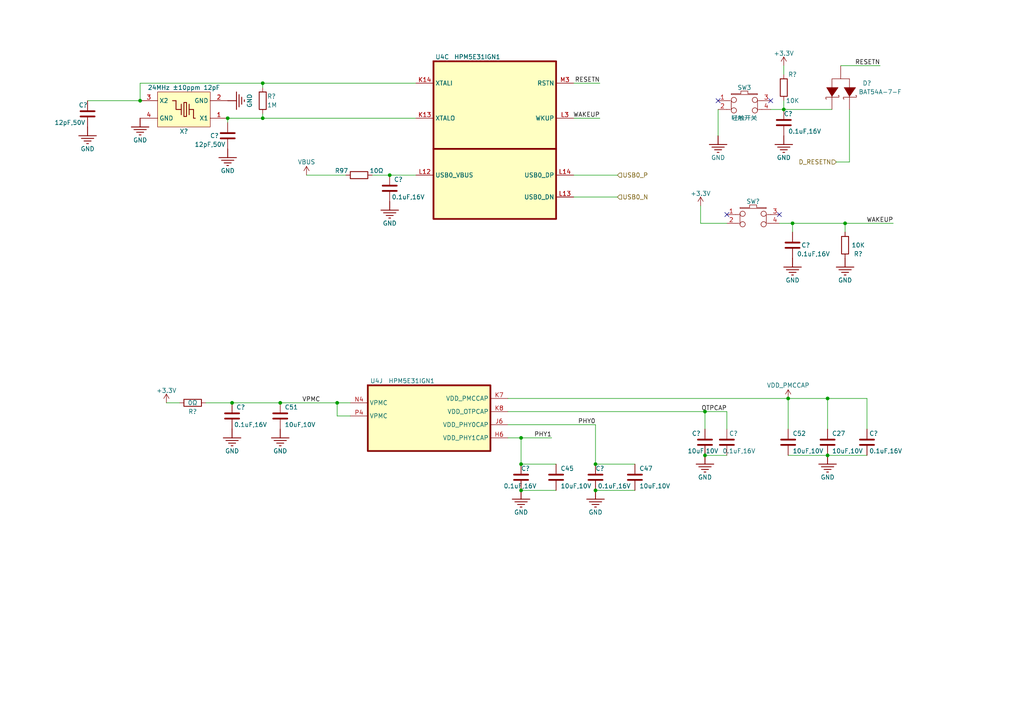
<source format=kicad_sch>
(kicad_sch (version 20230121) (generator eeschema)
  (paper "A4")
  (title_block (title "HPM5E00EVK") (date "2024-02-12") (rev "RevB") (comment 1 "MCU_USB&OSC"))
  (junction (at 245.11 64.77))
  (junction (at 172.72 142.24))
  (junction (at 113.03 50.8))
  (junction (at 204.47 119.38))
  (junction (at 227.33 31.75))
  (junction (at 228.6 115.57))
  (junction (at 240.03 115.57))
  (junction (at 76.2 34.29))
  (junction (at 66.04 34.29))
  (junction (at 40.64 29.21))
  (junction (at 81.28 116.84))
  (junction (at 229.87 64.77))
  (junction (at 172.72 134.62))
  (junction (at 204.47 132.08))
  (junction (at 151.13 142.24))
  (junction (at 240.03 132.08))
  (junction (at 151.13 127))
  (junction (at 76.2 24.13))
  (junction (at 151.13 134.62))
  (junction (at 67.31 116.84))
  (junction (at 97.79 116.84))
  (no_connect (at 226.06 62.23))
  (no_connect (at 210.82 62.23))
  (no_connect (at 208.28 29.21))
  (no_connect (at 223.52 29.21))
  (wire (pts (xy 227.33 19.05) (xy 227.33 21.59)))
  (wire (pts (xy 203.2 64.77) (xy 210.82 64.77)))
  (wire (pts (xy 210.82 119.38) (xy 204.47 119.38)))
  (wire (pts (xy 229.87 64.77) (xy 245.11 64.77)))
  (wire (pts (xy 76.2 25.4) (xy 76.2 24.13)))
  (wire (pts (xy 245.11 67.31) (xy 245.11 64.77)))
  (wire (pts (xy 251.46 115.57) (xy 251.46 124.46)))
  (wire (pts (xy 76.2 34.29) (xy 120.65 34.29)))
  (wire (pts (xy 97.79 116.84) (xy 97.79 120.65)))
  (wire (pts (xy 204.47 124.46) (xy 204.47 119.38)))
  (wire (pts (xy 81.28 116.84) (xy 97.79 116.84)))
  (wire (pts (xy 147.32 123.19) (xy 172.72 123.19)))
  (wire (pts (xy 151.13 127) (xy 160.02 127)))
  (wire (pts (xy 229.87 67.31) (xy 229.87 64.77)))
  (wire (pts (xy 172.72 134.62) (xy 184.15 134.62)))
  (wire (pts (xy 240.03 115.57) (xy 240.03 124.46)))
  (wire (pts (xy 227.33 29.21) (xy 227.33 31.75)))
  (wire (pts (xy 240.03 115.57) (xy 228.6 115.57)))
  (wire (pts (xy 172.72 123.19) (xy 172.72 134.62)))
  (wire (pts (xy 48.26 116.84) (xy 52.07 116.84)))
  (wire (pts (xy 25.4 29.21) (xy 40.64 29.21)))
  (wire (pts (xy 208.28 31.75) (xy 208.28 39.37)))
  (wire (pts (xy 179.07 50.8) (xy 166.37 50.8)))
  (wire (pts (xy 147.32 119.38) (xy 204.47 119.38)))
  (wire (pts (xy 40.64 24.13) (xy 76.2 24.13)))
  (wire (pts (xy 40.64 29.21) (xy 40.64 24.13)))
  (wire (pts (xy 240.03 132.08) (xy 251.46 132.08)))
  (wire (pts (xy 173.99 34.29) (xy 166.37 34.29)))
  (wire (pts (xy 243.84 19.05) (xy 255.27 19.05)))
  (wire (pts (xy 97.79 116.84) (xy 101.6 116.84)))
  (wire (pts (xy 210.82 119.38) (xy 210.82 124.46)))
  (wire (pts (xy 151.13 142.24) (xy 161.29 142.24)))
  (wire (pts (xy 113.03 50.8) (xy 120.65 50.8)))
  (wire (pts (xy 166.37 24.13) (xy 173.99 24.13)))
  (wire (pts (xy 245.11 64.77) (xy 259.08 64.77)))
  (wire (pts (xy 107.95 50.8) (xy 113.03 50.8)))
  (wire (pts (xy 88.9 50.8) (xy 100.33 50.8)))
  (wire (pts (xy 67.31 116.84) (xy 81.28 116.84)))
  (wire (pts (xy 226.06 64.77) (xy 229.87 64.77)))
  (wire (pts (xy 172.72 142.24) (xy 184.15 142.24)))
  (wire (pts (xy 228.6 115.57) (xy 228.6 124.46)))
  (wire (pts (xy 223.52 31.75) (xy 227.33 31.75)))
  (wire (pts (xy 246.38 31.75) (xy 246.38 46.99)))
  (wire (pts (xy 147.32 115.57) (xy 228.6 115.57)))
  (wire (pts (xy 97.79 120.65) (xy 101.6 120.65)))
  (wire (pts (xy 203.2 64.77) (xy 203.2 59.69)))
  (wire (pts (xy 228.6 132.08) (xy 240.03 132.08)))
  (wire (pts (xy 66.04 34.29) (xy 76.2 34.29)))
  (wire (pts (xy 151.13 134.62) (xy 161.29 134.62)))
  (wire (pts (xy 179.07 57.15) (xy 166.37 57.15)))
  (wire (pts (xy 242.57 46.99) (xy 246.38 46.99)))
  (wire (pts (xy 204.47 132.08) (xy 210.82 132.08)))
  (wire (pts (xy 240.03 115.57) (xy 251.46 115.57)))
  (wire (pts (xy 59.69 116.84) (xy 67.31 116.84)))
  (wire (pts (xy 151.13 134.62) (xy 151.13 127)))
  (wire (pts (xy 66.04 35.56) (xy 66.04 34.29)))
  (wire (pts (xy 76.2 33.02) (xy 76.2 34.29)))
  (wire (pts (xy 76.2 24.13) (xy 120.65 24.13)))
  (wire (pts (xy 147.32 127) (xy 151.13 127)))
  (wire (pts (xy 227.33 31.75) (xy 241.3 31.75)))
  (label "PHY0" (at 172.72 123.19 180))
  (label "RESETN" (at 173.99 24.13 180))
  (label "WAKEUP" (at 173.99 34.29 180))
  (label "VPMC" (at 87.63 116.84 0))
  (label "WAKEUP" (at 259.08 64.77 180))
  (label "RESETN" (at 255.27 19.05 180))
  (label "OTPCAP" (at 210.82 119.38 180))
  (label "PHY1" (at 160.02 127 180))
  (hierarchical_label "D_RESETN" (shape input) (at 242.57 46.99 180))
  (hierarchical_label "USB0_P" (shape input) (at 179.07 50.8 0))
  (hierarchical_label "USB0_N" (shape input) (at 179.07 57.15 0))
  (symbol (lib_id "00_HPM_power:GND") (at 245.11 74.93 0) (mirror y) (unit 1)
    (property "Reference" "#PWR?" (effects hide))
    (property "Value" "GND" (at 245.11 81.28 0))
    (instances (project "HPM5300-USB-OSC" (path "" (reference "#PWR?") (unit 1))) (project "HPM6E00 SKT Board BGA289_BDIF REVA" (path "" (reference "#PWR?") (unit 1))) (project "HPM5E00EVKRevC" (path "" (reference "#PWR0139") (unit 1))) (project "HPM5300 SKT Board LQFP100 REVA" (path "" (reference "#PWR?") (unit 1))))
  )
  (symbol (lib_id "00_HPM_power:GND") (at 81.28 124.46 0) (unit 1)
    (property "Reference" "#PWR?" (effects hide))
    (property "Value" "GND" (at 81.28 130.81 0))
    (instances (project "HPM6E00 SKT Board BGA289_BDIF REVA" (path "" (reference "#PWR?") (unit 1)) (path "" (reference "#PWR?") (unit 1)) (path "" (reference "#PWR?") (unit 1)) (path "" (reference "#PWR?") (unit 1))) (project "HPM5300-CON-JTAG" (path "" (reference "#PWR?") (unit 1))) (project "HPM5E00EVKRevC" (path "" (reference "#PWR071") (unit 1))) (project "HPM5300 SKT Board LQFP100 REVA" (path "" (reference "#PWR?") (unit 1))))
  )
  (symbol (lib_id "03_HPM_Capacitance:12pF,50V_0402") (at 66.04 39.37 0) (mirror y) (unit 1)
    (property "Reference" "C?" (at 63.5 39.37 0) (effects (justify left)))
    (property "Value" "12pF,50V" (at 65.405 41.91 0) (effects (justify left)))
    (property "Footprint" "03_HPM_Capacitance:C_0402_1005Metric" (effects hide))
    (property "Model" "CC0402JRNPO9BN120" (effects hide))
    (property "Company" " YAGEO(国巨)" (effects hide))
    (instances (project "HPM5300-USB-OSC" (path "" (reference "C?") (unit 1))) (project "HPM6E00 SKT Board BGA289_BDIF REVA" (path "" (reference "C?") (unit 1))) (project "HPM5E00EVKRevC" (path "" (reference "C82") (unit 1))) (project "HPM5300 SKT Board LQFP100 REVA" (path "" (reference "C?") (unit 1))))
  )
  (symbol (lib_id "00_HPM_power:GND") (at 227.33 39.37 0) (unit 1)
    (property "Reference" "#PWR?" (effects hide))
    (property "Value" "GND" (at 227.33 45.72 0))
    (instances (project "HPM5300-USB-OSC" (path "" (reference "#PWR?") (unit 1))) (project "HPM5E00EVKRevC" (path "" (reference "#PWR0141") (unit 1))) (project "HPM5300 EVK REVC" (path "" (reference "#PWR?") (unit 1))))
  )
  (symbol (lib_id "00_HPM_power:+3.3V") (at 48.26 116.84 0) (unit 1)
    (property "Reference" "#PWR?" (effects hide))
    (property "Value" "+3.3V" (at 48.26 113.284 0))
    (instances (project "HPM6E00 SKT Board BGA289_BDIF REVA" (path "" (reference "#PWR?") (unit 1)) (path "" (reference "#PWR?") (unit 1)) (path "" (reference "#PWR?") (unit 1)) (path "" (reference "#PWR?") (unit 1))) (project "HPM5300-CON-JTAG" (path "" (reference "#PWR?") (unit 1))) (project "HPM5E00EVKRevC" (path "" (reference "#PWR017") (unit 1))) (project "HPM5300 SKT Board LQFP100 REVA" (path "" (reference "#PWR?") (unit 1))))
  )
  (symbol (lib_id "03_HPM_Capacitance:0.1uF,16V_0402") (at 67.31 120.65 180) (unit 1)
    (property "Reference" "C?" (at 71.12 118.11 0) (effects (justify left)))
    (property "Value" "0.1uF,16V" (at 77.47 123.19 0) (effects (justify left)))
    (property "Footprint" "03_HPM_Capacitance:C_0402_1005Metric" (effects hide))
    (property "Model" "CL05B104KO5NNNC" (effects hide))
    (property "Company" "SAMSUNG(三星)" (effects hide))
    (instances (project "HPM5300-USB-OSC" (path "" (reference "C?") (unit 1))) (project "HPM6E00 SKT Board BGA289_BDIF REVA" (path "" (reference "C?") (unit 1)) (path "" (reference "C?") (unit 1)) (path "" (reference "C?") (unit 1)) (path "" (reference "C?") (unit 1)) (path "" (reference "C?") (unit 1))) (project "HPM5E00EVKRevC" (path "" (reference "C13") (unit 1))) (project "HPM5300 SKT Board LQFP100 REVA" (path "" (reference "C?") (unit 1))))
  )
  (symbol (lib_id "00_HPM_power:GND") (at 240.03 132.08 0) (mirror y) (unit 1)
    (property "Reference" "#PWR?" (effects hide))
    (property "Value" "GND" (at 240.03 138.43 0))
    (instances (project "HPM6E00 SKT Board BGA289_BDIF REVA" (path "" (reference "#PWR?") (unit 1)) (path "" (reference "#PWR?") (unit 1)) (path "" (reference "#PWR?") (unit 1)) (path "" (reference "#PWR?") (unit 1))) (project "HPM5300-CON-JTAG" (path "" (reference "#PWR?") (unit 1))) (project "HPM5E00EVKRevC" (path "" (reference "#PWR021") (unit 1))) (project "HPM5300 SKT Board LQFP100 REVA" (path "" (reference "#PWR?") (unit 1))))
  )
  (symbol (lib_id "04_HPM_Diode:BAT54A-7-F") (at 244.475 26.035 90) (unit 1)
    (property "Reference" "D?" (at 251.46 24.13 90))
    (property "Value" "BAT54A-7-F" (at 255.27 26.67 90))
    (property "Footprint" "06_HPM_SOT:SOT-23" (effects hide))
    (property "Model" "BAT54A-7-F" (effects hide))
    (property "Company" " DIODES(美台)" (effects hide))
    (instances (project "HPM5300-USB-OSC" (path "" (reference "D?") (unit 1))) (project "HPM5E00EVKRevC" (path "" (reference "D5") (unit 1))) (project "HPM5300 EVK REVC" (path "" (reference "D?") (unit 1))))
  )
  (symbol (lib_id "03_HPM_Capacitance:0.1uF,16V_0402") (at 151.13 138.43 0) (unit 1)
    (property "Reference" "C?" (at 151.13 135.89 0) (effects (justify left)))
    (property "Value" "0.1uF,16V" (at 146.05 140.97 0) (effects (justify left)))
    (property "Footprint" "03_HPM_Capacitance:C_0402_1005Metric" (effects hide))
    (property "Model" "CL05B104KO5NNNC" (effects hide))
    (property "Company" "SAMSUNG(三星)" (effects hide))
    (instances (project "HPM6E00 SKT Board BGA289_BDIF REVA" (path "" (reference "C?") (unit 1))) (project "HPM5E00EVKRevC" (path "" (reference "C44") (unit 1))))
  )
  (symbol (lib_id "03_HPM_Capacitance:0.1uF,16V_0402") (at 251.46 128.27 0) (unit 1)
    (property "Reference" "C?" (at 252.095 125.73 0) (effects (justify left)))
    (property "Value" "0.1uF,16V" (at 252.095 130.81 0) (effects (justify left)))
    (property "Footprint" "03_HPM_Capacitance:C_0402_1005Metric" (effects hide))
    (property "Model" "CL05B104KO5NNNC" (effects hide))
    (property "Company" "SAMSUNG(三星)" (effects hide))
    (instances (project "HPM6E00 SKT Board BGA289_BDIF REVA" (path "" (reference "C?") (unit 1))) (project "HPM5E00EVKRevC" (path "" (reference "C40") (unit 1))))
  )
  (symbol (lib_id "02_HPM_Resistor:10K_0402") (at 227.33 25.4 270) (unit 1)
    (property "Reference" "R?" (at 229.87 21.59 90))
    (property "Value" "10K" (at 229.87 29.21 90))
    (property "Footprint" "02_HPM_Resistor:R_0402_1005Metric" (effects hide))
    (property "Model" "0402WGF1002TCE" (effects hide))
    (property "Company" "UNI-ROYAL(厚声)" (effects hide))
    (instances (project "HPM5300-USB-OSC" (path "" (reference "R?") (unit 1))) (project "HPM5E00EVKRevC" (path "" (reference "R98") (unit 1))) (project "HPM5300 EVK REVC" (path "" (reference "R?") (unit 1))))
  )
  (symbol (lib_id "03_HPM_Capacitance:10uF,10V_0402") (at 228.6 128.27 0) (unit 1)
    (property "Reference" "C52" (at 229.87 125.73 0) (effects (justify left)))
    (property "Value" "10uF,10V" (at 229.87 130.81 0) (effects (justify left)))
    (property "Footprint" "03_HPM_Capacitance:C_0402_1005Metric" (effects hide))
    (property "Model" "CL05A106MP5NUNC" (effects hide))
    (property "Company" " SAMSUNG(三星)" (effects hide))
    (instances (project "HPM5E00EVKRevC" (path "" (reference "C52") (unit 1)) (path "" (reference "C106") (unit 1))))
  )
  (symbol (lib_id "00_HPM_power:GND") (at 172.72 142.24 0) (mirror y) (unit 1)
    (property "Reference" "#PWR?" (effects hide))
    (property "Value" "GND" (at 172.72 148.59 0))
    (instances (project "HPM6E00 SKT Board BGA289_BDIF REVA" (path "" (reference "#PWR?") (unit 1)) (path "" (reference "#PWR?") (unit 1)) (path "" (reference "#PWR?") (unit 1)) (path "" (reference "#PWR?") (unit 1))) (project "HPM5300-CON-JTAG" (path "" (reference "#PWR?") (unit 1))) (project "HPM5E00EVKRevC" (path "" (reference "#PWR070") (unit 1))) (project "HPM5300 SKT Board LQFP100 REVA" (path "" (reference "#PWR?") (unit 1))))
  )
  (symbol (lib_id "00_HPM_power:GND") (at 40.64 34.29 0) (unit 1)
    (property "Reference" "#PWR?" (effects hide))
    (property "Value" "GND" (at 40.64 40.64 0))
    (instances (project "HPM5300-USB-OSC" (path "" (reference "#PWR?") (unit 1))) (project "HPM6E00 SKT Board BGA289_BDIF REVA" (path "" (reference "#PWR?") (unit 1))) (project "HPM5E00EVKRevC" (path "" (reference "#PWR0129") (unit 1))) (project "HPM5300 SKT Board LQFP100 REVA" (path "" (reference "#PWR?") (unit 1))))
  )
  (symbol (lib_id "00_HPM_power:GND") (at 113.03 58.42 0) (unit 1)
    (property "Reference" "#PWR?" (effects hide))
    (property "Value" "GND" (at 113.03 64.77 0))
    (instances (project "HPM5300-USB-OSC" (path "" (reference "#PWR?") (unit 1))) (project "HPM6E00 SKT Board BGA289_BDIF REVA" (path "" (reference "#PWR?") (unit 1))) (project "HPM5E00EVKRevC" (path "" (reference "#PWR0135") (unit 1))) (project "HPM5300 SKT Board LQFP100 REVA" (path "" (reference "#PWR?") (unit 1))))
  )
  (symbol (lib_id "00_HPM_power:+3.3V") (at 227.33 19.05 0) (unit 1)
    (property "Reference" "#PWR?" (effects hide))
    (property "Value" "+3.3V" (at 227.33 15.494 0))
    (instances (project "HPM5300-USB-OSC" (path "" (reference "#PWR?") (unit 1))) (project "HPM5E00EVKRevC" (path "" (reference "#PWR0138") (unit 1))) (project "HPM5300 EVK REVC" (path "" (reference "#PWR?") (unit 1))))
  )
  (symbol (lib_id "03_HPM_Capacitance:12pF,50V_0402") (at 25.4 33.02 0) (mirror y) (unit 1)
    (property "Reference" "C?" (at 25.4 30.48 0) (effects (justify left)))
    (property "Value" "12pF,50V" (at 24.765 35.56 0) (effects (justify left)))
    (property "Footprint" "03_HPM_Capacitance:C_0402_1005Metric" (effects hide))
    (property "Model" "CC0402JRNPO9BN120" (effects hide))
    (property "Company" " YAGEO(国巨)" (effects hide))
    (instances (project "HPM5300-USB-OSC" (path "" (reference "C?") (unit 1))) (project "HPM6E00 SKT Board BGA289_BDIF REVA" (path "" (reference "C?") (unit 1))) (project "HPM5E00EVKRevC" (path "" (reference "C81") (unit 1))) (project "HPM5300 SKT Board LQFP100 REVA" (path "" (reference "C?") (unit 1))))
  )
  (symbol (lib_id "03_HPM_Capacitance:0.1uF,16V_0402") (at 172.72 138.43 0) (unit 1)
    (property "Reference" "C?" (at 172.72 135.89 0) (effects (justify left)))
    (property "Value" "0.1uF,16V" (at 173.355 140.97 0) (effects (justify left)))
    (property "Footprint" "03_HPM_Capacitance:C_0402_1005Metric" (effects hide))
    (property "Model" "CL05B104KO5NNNC" (effects hide))
    (property "Company" "SAMSUNG(三星)" (effects hide))
    (instances (project "HPM6E00 SKT Board BGA289_BDIF REVA" (path "" (reference "C?") (unit 1))) (project "HPM5E00EVKRevC" (path "" (reference "C46") (unit 1))))
  )
  (symbol (lib_id "03_HPM_Capacitance:10uF,10V_0402") (at 161.29 138.43 0) (unit 1)
    (property "Reference" "C45" (at 162.56 135.89 0) (effects (justify left)))
    (property "Value" "10uF,10V" (at 162.56 140.97 0) (effects (justify left)))
    (property "Footprint" "03_HPM_Capacitance:C_0402_1005Metric" (effects hide))
    (property "Model" "CL05A106MP5NUNC" (effects hide))
    (property "Company" " SAMSUNG(三星)" (effects hide))
    (instances (project "HPM5E00EVKRevC" (path "" (reference "C45") (unit 1)) (path "" (reference "C106") (unit 1))))
  )
  (symbol (lib_id "03_HPM_Capacitance:4.7uF,10V_0402") (at 204.47 128.27 0) (unit 1)
    (property "Reference" "C?" (at 200.66 125.73 0) (effects (justify left)))
    (property "Value" "10uF,10V" (at 199.39 130.81 0) (effects (justify left)))
    (property "Footprint" "03_HPM_Capacitance:C_0402_1005Metric" (effects hide))
    (property "Model" "CL05A106MP5NUNC" (effects hide))
    (property "Company" " SAMSUNG(三星)" (effects hide))
    (instances (project "HPM6E00 SKT Board BGA289_BDIF REVA" (path "" (reference "C?") (unit 1))) (project "HPM5E00EVKRevC" (path "" (reference "C?") (unit 1)) (path "" (reference "C16") (unit 1))))
  )
  (symbol (lib_id "00_HPM_power:GND") (at 67.31 124.46 0) (unit 1)
    (property "Reference" "#PWR?" (effects hide))
    (property "Value" "GND" (at 67.31 130.81 0))
    (instances (project "HPM6E00 SKT Board BGA289_BDIF REVA" (path "" (reference "#PWR?") (unit 1)) (path "" (reference "#PWR?") (unit 1)) (path "" (reference "#PWR?") (unit 1)) (path "" (reference "#PWR?") (unit 1))) (project "HPM5300-CON-JTAG" (path "" (reference "#PWR?") (unit 1))) (project "HPM5E00EVKRevC" (path "" (reference "#PWR018") (unit 1))) (project "HPM5300 SKT Board LQFP100 REVA" (path "" (reference "#PWR?") (unit 1))))
  )
  (symbol (lib_id "03_HPM_Capacitance:0.1uF,16V_0402") (at 227.33 35.56 0) (unit 1)
    (property "Reference" "C?" (at 227.33 33.02 0) (effects (justify left)))
    (property "Value" "0.1uF,16V" (at 228.6 38.1 0) (effects (justify left)))
    (property "Footprint" "03_HPM_Capacitance:C_0402_1005Metric" (effects hide))
    (property "Model" "CL05B104KO5NNNC" (effects hide))
    (property "Company" "SAMSUNG(三星)" (effects hide))
    (instances (project "HPM5300-USB-OSC" (path "" (reference "C?") (unit 1))) (project "HPM5E00EVKRevC" (path "" (reference "C88") (unit 1))) (project "HPM5300 EVK REVC" (path "" (reference "C?") (unit 1))))
  )
  (symbol (lib_id "00_HPM_power:GND") (at 66.04 43.18 0) (mirror y) (unit 1)
    (property "Reference" "#PWR?" (effects hide))
    (property "Value" "GND" (at 66.04 49.53 0))
    (instances (project "HPM5300-USB-OSC" (path "" (reference "#PWR?") (unit 1))) (project "HPM6E00 SKT Board BGA289_BDIF REVA" (path "" (reference "#PWR?") (unit 1))) (project "HPM5E00EVKRevC" (path "" (reference "#PWR0131") (unit 1))) (project "HPM5300 SKT Board LQFP100 REVA" (path "" (reference "#PWR?") (unit 1))))
  )
  (symbol (lib_id "00_HPM_power:GND") (at 25.4 36.83 0) (mirror y) (unit 1)
    (property "Reference" "#PWR?" (effects hide))
    (property "Value" "GND" (at 25.4 43.18 0))
    (instances (project "HPM5300-USB-OSC" (path "" (reference "#PWR?") (unit 1))) (project "HPM6E00 SKT Board BGA289_BDIF REVA" (path "" (reference "#PWR?") (unit 1))) (project "HPM5E00EVKRevC" (path "" (reference "#PWR0128") (unit 1))) (project "HPM5300 SKT Board LQFP100 REVA" (path "" (reference "#PWR?") (unit 1))))
  )
  (symbol (lib_id "03_HPM_Capacitance:10uF,10V_0402") (at 81.28 120.65 0) (unit 1)
    (property "Reference" "C51" (at 82.55 118.11 0) (effects (justify left)))
    (property "Value" "10uF,10V" (at 82.55 123.19 0) (effects (justify left)))
    (property "Footprint" "03_HPM_Capacitance:C_0402_1005Metric" (effects hide))
    (property "Model" "CL05A106MP5NUNC" (effects hide))
    (property "Company" " SAMSUNG(三星)" (effects hide))
    (instances (project "HPM5E00EVKRevC" (path "" (reference "C51") (unit 1)) (path "" (reference "C106") (unit 1))))
  )
  (symbol (lib_id "03_HPM_Capacitance:10uF,10V_0402") (at 240.03 128.27 0) (unit 1)
    (property "Reference" "C27" (at 241.3 125.73 0) (effects (justify left)))
    (property "Value" "10uF,10V" (at 241.3 130.81 0) (effects (justify left)))
    (property "Footprint" "03_HPM_Capacitance:C_0402_1005Metric" (effects hide))
    (property "Model" "CL05A106MP5NUNC" (effects hide))
    (property "Company" " SAMSUNG(三星)" (effects hide))
    (instances (project "HPM5E00EVKRevC" (path "" (reference "C27") (unit 1)) (path "" (reference "C106") (unit 1))))
  )
  (symbol (lib_id "00_HPM_power:GND") (at 66.04 29.21 90) (unit 1)
    (property "Reference" "#PWR?" (effects hide))
    (property "Value" "GND" (at 72.39 29.21 0))
    (instances (project "HPM5300-USB-OSC" (path "" (reference "#PWR?") (unit 1))) (project "HPM6E00 SKT Board BGA289_BDIF REVA" (path "" (reference "#PWR?") (unit 1))) (project "HPM5E00EVKRevC" (path "" (reference "#PWR0127") (unit 1))) (project "HPM5300 SKT Board LQFP100 REVA" (path "" (reference "#PWR?") (unit 1))))
  )
  (symbol (lib_id "00_HPM700_Library:HPM5E31IGN1") (at 125.73 17.78 0) (unit 3)
    (property "Reference" "U4" (at 128.27 16.51 0))
    (property "Value" "HPM5E31IGN1" (at 138.43 16.51 0))
    (property "Footprint" "00_HPM_Library:BGA-196_14x14_12.0x12.0mm_P0.8mm" (effects hide))
  )
  (symbol (lib_id "00_HPM_power:GND") (at 151.13 142.24 0) (mirror y) (unit 1)
    (property "Reference" "#PWR?" (effects hide))
    (property "Value" "GND" (at 151.13 148.59 0))
    (instances (project "HPM6E00 SKT Board BGA289_BDIF REVA" (path "" (reference "#PWR?") (unit 1)) (path "" (reference "#PWR?") (unit 1)) (path "" (reference "#PWR?") (unit 1)) (path "" (reference "#PWR?") (unit 1))) (project "HPM5300-CON-JTAG" (path "" (reference "#PWR?") (unit 1))) (project "HPM5E00EVKRevC" (path "" (reference "#PWR022") (unit 1))) (project "HPM5300 SKT Board LQFP100 REVA" (path "" (reference "#PWR?") (unit 1))))
  )
  (symbol (lib_id "00_HPM_power:GND") (at 204.47 132.08 0) (mirror y) (unit 1)
    (property "Reference" "#PWR?" (effects hide))
    (property "Value" "GND" (at 204.47 138.43 0))
    (instances (project "HPM6E00 SKT Board BGA289_BDIF REVA" (path "" (reference "#PWR?") (unit 1)) (path "" (reference "#PWR?") (unit 1)) (path "" (reference "#PWR?") (unit 1)) (path "" (reference "#PWR?") (unit 1))) (project "HPM5300-CON-JTAG" (path "" (reference "#PWR?") (unit 1))) (project "HPM5E00EVKRevC" (path "" (reference "#PWR019") (unit 1))) (project "HPM5300 SKT Board LQFP100 REVA" (path "" (reference "#PWR?") (unit 1))))
  )
  (symbol (lib_id "02_HPM_Resistor:0Ω_0603") (at 55.88 116.84 0) (unit 1)
    (property "Reference" "R?" (at 55.88 119.38 0))
    (property "Value" "0Ω" (at 55.88 116.84 0))
    (property "Footprint" "02_HPM_Resistor:R_0603_1608Metric" (effects hide))
    (property "Model" "0603WAF0000T5E" (effects hide))
    (property "Company" "UNI-ROYAL(厚声)" (effects hide))
    (instances (project "HPM5E00EVKRevC" (path "" (reference "R?") (unit 1)) (path "" (reference "R?") (unit 1)) (path "" (reference "R?") (unit 1)) (path "" (reference "R?") (unit 1)) (path "" (reference "R4") (unit 1))))
  )
  (symbol (lib_id "02_HPM_Resistor:10Ω_0402") (at 104.14 50.8 0) (unit 1)
    (property "Reference" "R97" (at 99.06 49.53 0))
    (property "Value" "10Ω" (at 109.22 49.53 0))
    (property "Footprint" "02_HPM_Resistor:R_0402_1005Metric" (effects hide))
    (property "Model" "0402WGF100JTCE" (effects hide))
    (property "Company" "UNI-ROYAL(厚声)" (effects hide))
  )
  (symbol (lib_id "03_HPM_Capacitance:0.1uF,16V_0402") (at 113.03 54.61 0) (mirror y) (unit 1)
    (property "Reference" "C?" (at 116.84 52.07 0) (effects (justify left)))
    (property "Value" "0.1uF,16V" (at 123.19 57.15 0) (effects (justify left)))
    (property "Footprint" "03_HPM_Capacitance:C_0402_1005Metric" (effects hide))
    (property "Model" "CL05B104KO5NNNC" (effects hide))
    (property "Company" "SAMSUNG(三星)" (effects hide))
    (instances (project "HPM5300-USB-OSC" (path "" (reference "C?") (unit 1))) (project "HPM6E00 SKT Board BGA289_BDIF REVA" (path "" (reference "C?") (unit 1))) (project "HPM5E00EVKRevC" (path "" (reference "C85") (unit 1))) (project "HPM5300 SKT Board LQFP100 REVA" (path "" (reference "C?") (unit 1))))
  )
  (symbol (lib_id "11_HPM_Oscillator:24MHz ±10ppm 12pF") (at 40.64 26.67 0) (unit 1)
    (property "Reference" "X?" (at 53.34 38.1 0))
    (property "Value" "24MHz ±10ppm 12pF" (at 53.34 25.4 0))
    (property "Footprint" "09_HPM_Oscillator:3225" (effects hide))
    (property "Model" " X1E0000210129" (effects hide))
    (property "Company" "EPSON(爱普生)" (effects hide))
    (instances (project "HPM5300-USB-OSC" (path "" (reference "X?") (unit 1))) (project "HPM6E00 SKT Board BGA289_BDIF REVA" (path "" (reference "X?") (unit 1))) (project "HPM5E00EVKRevC" (path "" (reference "X2") (unit 1))) (project "HPM5300 SKT Board LQFP100 REVA" (path "" (reference "X?") (unit 1))))
  )
  (symbol (lib_id "03_HPM_Capacitance:0.1uF,16V_0402") (at 210.82 128.27 0) (unit 1)
    (property "Reference" "C?" (at 211.455 125.73 0) (effects (justify left)))
    (property "Value" "0.1uF,16V" (at 209.55 130.81 0) (effects (justify left)))
    (property "Footprint" "03_HPM_Capacitance:C_0402_1005Metric" (effects hide))
    (property "Model" "CL05B104KO5NNNC" (effects hide))
    (property "Company" "SAMSUNG(三星)" (effects hide))
    (instances (project "HPM6E00 SKT Board BGA289_BDIF REVA" (path "" (reference "C?") (unit 1))) (project "HPM5E00EVKRevC" (path "" (reference "C17") (unit 1))))
  )
  (symbol (lib_id "00_HPM700_Library:HPM5E31IGN1") (at 106.68 111.76 0) (unit 10)
    (property "Reference" "U4" (at 109.22 110.49 0))
    (property "Value" "HPM5E31IGN1" (at 119.38 110.49 0))
    (property "Footprint" "00_HPM_Library:BGA-196_14x14_12.0x12.0mm_P0.8mm" (effects hide))
  )
  (symbol (lib_id "00_HPM_power:VDD_PMCCAP") (at 228.6 115.57 0) (unit 1)
    (property "Reference" "#PWR036" (effects hide))
    (property "Value" "VDD_PMCCAP" (at 228.6 111.76 0))
  )
  (symbol (lib_id "00_HPM_power:+3.3V") (at 203.2 59.69 0) (mirror y) (unit 1)
    (property "Reference" "#PWR?" (effects hide))
    (property "Value" "+3.3V" (at 203.2 56.134 0))
    (instances (project "HPM5300-USB-OSC" (path "" (reference "#PWR?") (unit 1))) (project "HPM6E00 SKT Board BGA289_BDIF REVA" (path "" (reference "#PWR?") (unit 1))) (project "HPM5E00EVKRevC" (path "" (reference "#PWR0142") (unit 1))) (project "HPM5300 SKT Board LQFP100 REVA" (path "" (reference "#PWR?") (unit 1))))
  )
  (symbol (lib_id "01-HPM-Peripheral:轻触开关4.5mm*4.5mm*4mm") (at 218.44 62.23 0) (unit 1)
    (property "Reference" "SW?" (at 218.44 58.42 0))
    (property "Value" "轻触开关4.5mm*4.5mm*4mm" (effects hide))
    (property "Footprint" "01_HPM_Peripheral:轻触开关SMD-4P,4.5x4.5mm" (effects hide))
    (property "Model" " TS4540TP" (effects hide))
    (property "Company" "SHOU HAN(首韩)" (effects hide))
    (instances (project "HPM5300-USB-OSC" (path "" (reference "SW?") (unit 1))) (project "HPM6E00 SKT Board BGA289_BDIF REVA" (path "" (reference "SW?") (unit 1))) (project "HPM5E00EVKRevC" (path "" (reference "SW4") (unit 1))) (project "HPM5300 SKT Board LQFP100 REVA" (path "" (reference "SW?") (unit 1))))
  )
  (symbol (lib_id "00_HPM_power:GND") (at 208.28 39.37 0) (unit 1)
    (property "Reference" "#PWR?" (effects hide))
    (property "Value" "GND" (at 208.28 45.72 0))
    (instances (project "HPM5300-USB-OSC" (path "" (reference "#PWR?") (unit 1))) (project "HPM5E00EVKRevC" (path "" (reference "#PWR0140") (unit 1))) (project "HPM5300 EVK REVC" (path "" (reference "#PWR?") (unit 1))))
  )
  (symbol (lib_id "00_HPM_power:GND") (at 229.87 74.93 0) (unit 1)
    (property "Reference" "#PWR?" (effects hide))
    (property "Value" "GND" (at 229.87 81.28 0))
    (instances (project "HPM5300-USB-OSC" (path "" (reference "#PWR?") (unit 1))) (project "HPM6E00 SKT Board BGA289_BDIF REVA" (path "" (reference "#PWR?") (unit 1))) (project "HPM5E00EVKRevC" (path "" (reference "#PWR0143") (unit 1))) (project "HPM5300 SKT Board LQFP100 REVA" (path "" (reference "#PWR?") (unit 1))))
  )
  (symbol (lib_id "01-HPM-Peripheral:轻触开关4.5mm*4.5mm*4mm_红柄") (at 215.9 29.21 0) (unit 1)
    (property "Reference" "SW3" (at 215.9 25.4 0))
    (property "Value" "轻触开关" (at 215.9 34.29 0))
    (property "Footprint" "01_HPM_Peripheral:轻触开关SMD-4P,4.5x4.5mm" (effects hide))
    (property "Model" "TL3305AF260QG" (effects hide))
    (property "Company" "E-Switch" (effects hide))
  )
  (symbol (lib_id "power:VBUS") (at 88.9 50.8 0) (unit 1)
    (property "Reference" "#PWR?" (effects hide))
    (property "Value" "VBUS" (at 88.9 46.99 0))
    (instances (project "HPM5300-USB-OSC" (path "" (reference "#PWR?") (unit 1))) (project "HPM6E00 SKT Board BGA289_BDIF REVA" (path "" (reference "#PWR?") (unit 1))) (project "HPM5E00EVKRevC" (path "" (reference "#PWR0133") (unit 1))) (project "HPM5300 SKT Board LQFP100 REVA" (path "" (reference "#PWR?") (unit 1))))
  )
  (symbol (lib_id "03_HPM_Capacitance:10uF,10V_0402") (at 184.15 138.43 0) (unit 1)
    (property "Reference" "C47" (at 185.42 135.89 0) (effects (justify left)))
    (property "Value" "10uF,10V" (at 185.42 140.97 0) (effects (justify left)))
    (property "Footprint" "03_HPM_Capacitance:C_0402_1005Metric" (effects hide))
    (property "Model" "CL05A106MP5NUNC" (effects hide))
    (property "Company" " SAMSUNG(三星)" (effects hide))
    (instances (project "HPM5E00EVKRevC" (path "" (reference "C47") (unit 1)) (path "" (reference "C106") (unit 1))))
  )
  (symbol (lib_id "03_HPM_Capacitance:0.1uF,16V_0402") (at 229.87 71.12 0) (unit 1)
    (property "Reference" "C?" (at 232.41 71.12 0) (effects (justify left)))
    (property "Value" "0.1uF,16V" (at 231.14 73.66 0) (effects (justify left)))
    (property "Footprint" "03_HPM_Capacitance:C_0402_1005Metric" (effects hide))
    (property "Model" "CL05B104KO5NNNC" (effects hide))
    (property "Company" "SAMSUNG(三星)" (effects hide))
    (instances (project "HPM5300-USB-OSC" (path "" (reference "C?") (unit 1))) (project "HPM6E00 SKT Board BGA289_BDIF REVA" (path "" (reference "C?") (unit 1))) (project "HPM5E00EVKRevC" (path "" (reference "C89") (unit 1))) (project "HPM5300 SKT Board LQFP100 REVA" (path "" (reference "C?") (unit 1))))
  )
  (symbol (lib_id "02_HPM_Resistor:1M_0402") (at 76.2 29.21 90) (unit 1)
    (property "Reference" "R?" (at 77.47 27.94 90) (effects (justify right)))
    (property "Value" "1M" (at 77.47 30.48 90) (effects (justify right)))
    (property "Footprint" "02_HPM_Resistor:R_0402_1005Metric" (effects hide))
    (property "Model" "CQ02WGJ0105TCE" (effects hide))
    (property "Company" "UNI-ROYAL(厚声)" (effects hide))
    (instances (project "HPM5300-USB-OSC" (path "" (reference "R?") (unit 1))) (project "HPM6E00 SKT Board BGA289_BDIF REVA" (path "" (reference "R?") (unit 1))) (project "HPM5E00EVKRevC" (path "" (reference "R93") (unit 1))) (project "HPM5300 SKT Board LQFP100 REVA" (path "" (reference "R?") (unit 1))))
  )
  (symbol (lib_id "02_HPM_Resistor:10K_0402") (at 245.11 71.12 90) (unit 1)
    (property "Reference" "R?" (at 248.92 73.66 90))
    (property "Value" "10K" (at 248.92 71.12 90))
    (property "Footprint" "02_HPM_Resistor:R_0402_1005Metric" (effects hide))
    (property "Model" "0402WGF1002TCE" (effects hide))
    (property "Company" "UNI-ROYAL(厚声)" (effects hide))
    (instances (project "HPM5300-USB-OSC" (path "" (reference "R?") (unit 1))) (project "HPM6E00 SKT Board BGA289_BDIF REVA" (path "" (reference "R?") (unit 1))) (project "HPM5E00EVKRevC" (path "" (reference "R99") (unit 1))) (project "HPM5300 SKT Board LQFP100 REVA" (path "" (reference "R?") (unit 1))))
  )
)
</source>
